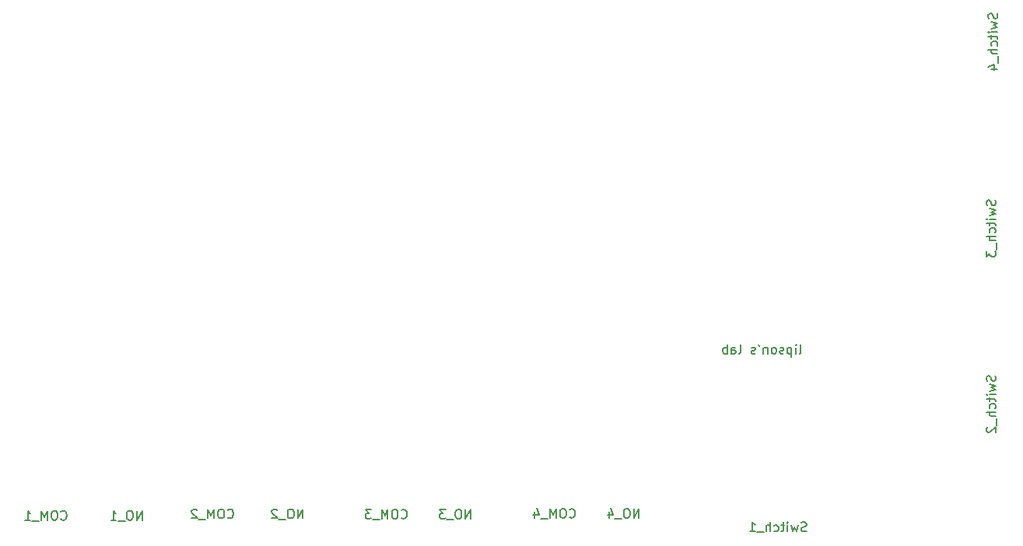
<source format=gbr>
%TF.GenerationSoftware,KiCad,Pcbnew,7.0.8*%
%TF.CreationDate,2024-09-18T17:33:38+05:30*%
%TF.ProjectId,Esp32_relay,45737033-325f-4726-956c-61792e6b6963,rev?*%
%TF.SameCoordinates,Original*%
%TF.FileFunction,Legend,Bot*%
%TF.FilePolarity,Positive*%
%FSLAX46Y46*%
G04 Gerber Fmt 4.6, Leading zero omitted, Abs format (unit mm)*
G04 Created by KiCad (PCBNEW 7.0.8) date 2024-09-18 17:33:38*
%MOMM*%
%LPD*%
G01*
G04 APERTURE LIST*
%ADD10C,0.150000*%
G04 APERTURE END LIST*
D10*
X161404763Y-97177219D02*
X161500001Y-97129600D01*
X161500001Y-97129600D02*
X161547620Y-97034361D01*
X161547620Y-97034361D02*
X161547620Y-96177219D01*
X161023810Y-97177219D02*
X161023810Y-96510552D01*
X161023810Y-96177219D02*
X161071429Y-96224838D01*
X161071429Y-96224838D02*
X161023810Y-96272457D01*
X161023810Y-96272457D02*
X160976191Y-96224838D01*
X160976191Y-96224838D02*
X161023810Y-96177219D01*
X161023810Y-96177219D02*
X161023810Y-96272457D01*
X160547620Y-96510552D02*
X160547620Y-97510552D01*
X160547620Y-96558171D02*
X160452382Y-96510552D01*
X160452382Y-96510552D02*
X160261906Y-96510552D01*
X160261906Y-96510552D02*
X160166668Y-96558171D01*
X160166668Y-96558171D02*
X160119049Y-96605790D01*
X160119049Y-96605790D02*
X160071430Y-96701028D01*
X160071430Y-96701028D02*
X160071430Y-96986742D01*
X160071430Y-96986742D02*
X160119049Y-97081980D01*
X160119049Y-97081980D02*
X160166668Y-97129600D01*
X160166668Y-97129600D02*
X160261906Y-97177219D01*
X160261906Y-97177219D02*
X160452382Y-97177219D01*
X160452382Y-97177219D02*
X160547620Y-97129600D01*
X159690477Y-97129600D02*
X159595239Y-97177219D01*
X159595239Y-97177219D02*
X159404763Y-97177219D01*
X159404763Y-97177219D02*
X159309525Y-97129600D01*
X159309525Y-97129600D02*
X159261906Y-97034361D01*
X159261906Y-97034361D02*
X159261906Y-96986742D01*
X159261906Y-96986742D02*
X159309525Y-96891504D01*
X159309525Y-96891504D02*
X159404763Y-96843885D01*
X159404763Y-96843885D02*
X159547620Y-96843885D01*
X159547620Y-96843885D02*
X159642858Y-96796266D01*
X159642858Y-96796266D02*
X159690477Y-96701028D01*
X159690477Y-96701028D02*
X159690477Y-96653409D01*
X159690477Y-96653409D02*
X159642858Y-96558171D01*
X159642858Y-96558171D02*
X159547620Y-96510552D01*
X159547620Y-96510552D02*
X159404763Y-96510552D01*
X159404763Y-96510552D02*
X159309525Y-96558171D01*
X158690477Y-97177219D02*
X158785715Y-97129600D01*
X158785715Y-97129600D02*
X158833334Y-97081980D01*
X158833334Y-97081980D02*
X158880953Y-96986742D01*
X158880953Y-96986742D02*
X158880953Y-96701028D01*
X158880953Y-96701028D02*
X158833334Y-96605790D01*
X158833334Y-96605790D02*
X158785715Y-96558171D01*
X158785715Y-96558171D02*
X158690477Y-96510552D01*
X158690477Y-96510552D02*
X158547620Y-96510552D01*
X158547620Y-96510552D02*
X158452382Y-96558171D01*
X158452382Y-96558171D02*
X158404763Y-96605790D01*
X158404763Y-96605790D02*
X158357144Y-96701028D01*
X158357144Y-96701028D02*
X158357144Y-96986742D01*
X158357144Y-96986742D02*
X158404763Y-97081980D01*
X158404763Y-97081980D02*
X158452382Y-97129600D01*
X158452382Y-97129600D02*
X158547620Y-97177219D01*
X158547620Y-97177219D02*
X158690477Y-97177219D01*
X157928572Y-96510552D02*
X157928572Y-97177219D01*
X157928572Y-96605790D02*
X157880953Y-96558171D01*
X157880953Y-96558171D02*
X157785715Y-96510552D01*
X157785715Y-96510552D02*
X157642858Y-96510552D01*
X157642858Y-96510552D02*
X157547620Y-96558171D01*
X157547620Y-96558171D02*
X157500001Y-96653409D01*
X157500001Y-96653409D02*
X157500001Y-97177219D01*
X156976191Y-96177219D02*
X157071429Y-96367695D01*
X156595239Y-97129600D02*
X156500001Y-97177219D01*
X156500001Y-97177219D02*
X156309525Y-97177219D01*
X156309525Y-97177219D02*
X156214287Y-97129600D01*
X156214287Y-97129600D02*
X156166668Y-97034361D01*
X156166668Y-97034361D02*
X156166668Y-96986742D01*
X156166668Y-96986742D02*
X156214287Y-96891504D01*
X156214287Y-96891504D02*
X156309525Y-96843885D01*
X156309525Y-96843885D02*
X156452382Y-96843885D01*
X156452382Y-96843885D02*
X156547620Y-96796266D01*
X156547620Y-96796266D02*
X156595239Y-96701028D01*
X156595239Y-96701028D02*
X156595239Y-96653409D01*
X156595239Y-96653409D02*
X156547620Y-96558171D01*
X156547620Y-96558171D02*
X156452382Y-96510552D01*
X156452382Y-96510552D02*
X156309525Y-96510552D01*
X156309525Y-96510552D02*
X156214287Y-96558171D01*
X154833334Y-97177219D02*
X154928572Y-97129600D01*
X154928572Y-97129600D02*
X154976191Y-97034361D01*
X154976191Y-97034361D02*
X154976191Y-96177219D01*
X154023810Y-97177219D02*
X154023810Y-96653409D01*
X154023810Y-96653409D02*
X154071429Y-96558171D01*
X154071429Y-96558171D02*
X154166667Y-96510552D01*
X154166667Y-96510552D02*
X154357143Y-96510552D01*
X154357143Y-96510552D02*
X154452381Y-96558171D01*
X154023810Y-97129600D02*
X154119048Y-97177219D01*
X154119048Y-97177219D02*
X154357143Y-97177219D01*
X154357143Y-97177219D02*
X154452381Y-97129600D01*
X154452381Y-97129600D02*
X154500000Y-97034361D01*
X154500000Y-97034361D02*
X154500000Y-96939123D01*
X154500000Y-96939123D02*
X154452381Y-96843885D01*
X154452381Y-96843885D02*
X154357143Y-96796266D01*
X154357143Y-96796266D02*
X154119048Y-96796266D01*
X154119048Y-96796266D02*
X154023810Y-96748647D01*
X153547619Y-97177219D02*
X153547619Y-96177219D01*
X153547619Y-96558171D02*
X153452381Y-96510552D01*
X153452381Y-96510552D02*
X153261905Y-96510552D01*
X153261905Y-96510552D02*
X153166667Y-96558171D01*
X153166667Y-96558171D02*
X153119048Y-96605790D01*
X153119048Y-96605790D02*
X153071429Y-96701028D01*
X153071429Y-96701028D02*
X153071429Y-96986742D01*
X153071429Y-96986742D02*
X153119048Y-97081980D01*
X153119048Y-97081980D02*
X153166667Y-97129600D01*
X153166667Y-97129600D02*
X153261905Y-97177219D01*
X153261905Y-97177219D02*
X153452381Y-97177219D01*
X153452381Y-97177219D02*
X153547619Y-97129600D01*
X89863220Y-115287419D02*
X89863220Y-114287419D01*
X89863220Y-114287419D02*
X89291792Y-115287419D01*
X89291792Y-115287419D02*
X89291792Y-114287419D01*
X88625125Y-114287419D02*
X88434649Y-114287419D01*
X88434649Y-114287419D02*
X88339411Y-114335038D01*
X88339411Y-114335038D02*
X88244173Y-114430276D01*
X88244173Y-114430276D02*
X88196554Y-114620752D01*
X88196554Y-114620752D02*
X88196554Y-114954085D01*
X88196554Y-114954085D02*
X88244173Y-115144561D01*
X88244173Y-115144561D02*
X88339411Y-115239800D01*
X88339411Y-115239800D02*
X88434649Y-115287419D01*
X88434649Y-115287419D02*
X88625125Y-115287419D01*
X88625125Y-115287419D02*
X88720363Y-115239800D01*
X88720363Y-115239800D02*
X88815601Y-115144561D01*
X88815601Y-115144561D02*
X88863220Y-114954085D01*
X88863220Y-114954085D02*
X88863220Y-114620752D01*
X88863220Y-114620752D02*
X88815601Y-114430276D01*
X88815601Y-114430276D02*
X88720363Y-114335038D01*
X88720363Y-114335038D02*
X88625125Y-114287419D01*
X88006078Y-115382657D02*
X87244173Y-115382657D01*
X86482268Y-115287419D02*
X87053696Y-115287419D01*
X86767982Y-115287419D02*
X86767982Y-114287419D01*
X86767982Y-114287419D02*
X86863220Y-114430276D01*
X86863220Y-114430276D02*
X86958458Y-114525514D01*
X86958458Y-114525514D02*
X87053696Y-114573133D01*
X125642620Y-115144419D02*
X125642620Y-114144419D01*
X125642620Y-114144419D02*
X125071192Y-115144419D01*
X125071192Y-115144419D02*
X125071192Y-114144419D01*
X124404525Y-114144419D02*
X124214049Y-114144419D01*
X124214049Y-114144419D02*
X124118811Y-114192038D01*
X124118811Y-114192038D02*
X124023573Y-114287276D01*
X124023573Y-114287276D02*
X123975954Y-114477752D01*
X123975954Y-114477752D02*
X123975954Y-114811085D01*
X123975954Y-114811085D02*
X124023573Y-115001561D01*
X124023573Y-115001561D02*
X124118811Y-115096800D01*
X124118811Y-115096800D02*
X124214049Y-115144419D01*
X124214049Y-115144419D02*
X124404525Y-115144419D01*
X124404525Y-115144419D02*
X124499763Y-115096800D01*
X124499763Y-115096800D02*
X124595001Y-115001561D01*
X124595001Y-115001561D02*
X124642620Y-114811085D01*
X124642620Y-114811085D02*
X124642620Y-114477752D01*
X124642620Y-114477752D02*
X124595001Y-114287276D01*
X124595001Y-114287276D02*
X124499763Y-114192038D01*
X124499763Y-114192038D02*
X124404525Y-114144419D01*
X123785478Y-115239657D02*
X123023573Y-115239657D01*
X122880715Y-114144419D02*
X122261668Y-114144419D01*
X122261668Y-114144419D02*
X122595001Y-114525371D01*
X122595001Y-114525371D02*
X122452144Y-114525371D01*
X122452144Y-114525371D02*
X122356906Y-114572990D01*
X122356906Y-114572990D02*
X122309287Y-114620609D01*
X122309287Y-114620609D02*
X122261668Y-114715847D01*
X122261668Y-114715847D02*
X122261668Y-114953942D01*
X122261668Y-114953942D02*
X122309287Y-115049180D01*
X122309287Y-115049180D02*
X122356906Y-115096800D01*
X122356906Y-115096800D02*
X122452144Y-115144419D01*
X122452144Y-115144419D02*
X122737858Y-115144419D01*
X122737858Y-115144419D02*
X122833096Y-115096800D01*
X122833096Y-115096800D02*
X122880715Y-115049180D01*
X136388992Y-114963580D02*
X136436611Y-115011200D01*
X136436611Y-115011200D02*
X136579468Y-115058819D01*
X136579468Y-115058819D02*
X136674706Y-115058819D01*
X136674706Y-115058819D02*
X136817563Y-115011200D01*
X136817563Y-115011200D02*
X136912801Y-114915961D01*
X136912801Y-114915961D02*
X136960420Y-114820723D01*
X136960420Y-114820723D02*
X137008039Y-114630247D01*
X137008039Y-114630247D02*
X137008039Y-114487390D01*
X137008039Y-114487390D02*
X136960420Y-114296914D01*
X136960420Y-114296914D02*
X136912801Y-114201676D01*
X136912801Y-114201676D02*
X136817563Y-114106438D01*
X136817563Y-114106438D02*
X136674706Y-114058819D01*
X136674706Y-114058819D02*
X136579468Y-114058819D01*
X136579468Y-114058819D02*
X136436611Y-114106438D01*
X136436611Y-114106438D02*
X136388992Y-114154057D01*
X135769944Y-114058819D02*
X135579468Y-114058819D01*
X135579468Y-114058819D02*
X135484230Y-114106438D01*
X135484230Y-114106438D02*
X135388992Y-114201676D01*
X135388992Y-114201676D02*
X135341373Y-114392152D01*
X135341373Y-114392152D02*
X135341373Y-114725485D01*
X135341373Y-114725485D02*
X135388992Y-114915961D01*
X135388992Y-114915961D02*
X135484230Y-115011200D01*
X135484230Y-115011200D02*
X135579468Y-115058819D01*
X135579468Y-115058819D02*
X135769944Y-115058819D01*
X135769944Y-115058819D02*
X135865182Y-115011200D01*
X135865182Y-115011200D02*
X135960420Y-114915961D01*
X135960420Y-114915961D02*
X136008039Y-114725485D01*
X136008039Y-114725485D02*
X136008039Y-114392152D01*
X136008039Y-114392152D02*
X135960420Y-114201676D01*
X135960420Y-114201676D02*
X135865182Y-114106438D01*
X135865182Y-114106438D02*
X135769944Y-114058819D01*
X134912801Y-115058819D02*
X134912801Y-114058819D01*
X134912801Y-114058819D02*
X134579468Y-114773104D01*
X134579468Y-114773104D02*
X134246135Y-114058819D01*
X134246135Y-114058819D02*
X134246135Y-115058819D01*
X134008040Y-115154057D02*
X133246135Y-115154057D01*
X132579468Y-114392152D02*
X132579468Y-115058819D01*
X132817563Y-114011200D02*
X133055658Y-114725485D01*
X133055658Y-114725485D02*
X132436611Y-114725485D01*
X107369420Y-115109619D02*
X107369420Y-114109619D01*
X107369420Y-114109619D02*
X106797992Y-115109619D01*
X106797992Y-115109619D02*
X106797992Y-114109619D01*
X106131325Y-114109619D02*
X105940849Y-114109619D01*
X105940849Y-114109619D02*
X105845611Y-114157238D01*
X105845611Y-114157238D02*
X105750373Y-114252476D01*
X105750373Y-114252476D02*
X105702754Y-114442952D01*
X105702754Y-114442952D02*
X105702754Y-114776285D01*
X105702754Y-114776285D02*
X105750373Y-114966761D01*
X105750373Y-114966761D02*
X105845611Y-115062000D01*
X105845611Y-115062000D02*
X105940849Y-115109619D01*
X105940849Y-115109619D02*
X106131325Y-115109619D01*
X106131325Y-115109619D02*
X106226563Y-115062000D01*
X106226563Y-115062000D02*
X106321801Y-114966761D01*
X106321801Y-114966761D02*
X106369420Y-114776285D01*
X106369420Y-114776285D02*
X106369420Y-114442952D01*
X106369420Y-114442952D02*
X106321801Y-114252476D01*
X106321801Y-114252476D02*
X106226563Y-114157238D01*
X106226563Y-114157238D02*
X106131325Y-114109619D01*
X105512278Y-115204857D02*
X104750373Y-115204857D01*
X104559896Y-114204857D02*
X104512277Y-114157238D01*
X104512277Y-114157238D02*
X104417039Y-114109619D01*
X104417039Y-114109619D02*
X104178944Y-114109619D01*
X104178944Y-114109619D02*
X104083706Y-114157238D01*
X104083706Y-114157238D02*
X104036087Y-114204857D01*
X104036087Y-114204857D02*
X103988468Y-114300095D01*
X103988468Y-114300095D02*
X103988468Y-114395333D01*
X103988468Y-114395333D02*
X104036087Y-114538190D01*
X104036087Y-114538190D02*
X104607515Y-115109619D01*
X104607515Y-115109619D02*
X103988468Y-115109619D01*
X182915600Y-60131560D02*
X182963219Y-60274417D01*
X182963219Y-60274417D02*
X182963219Y-60512512D01*
X182963219Y-60512512D02*
X182915600Y-60607750D01*
X182915600Y-60607750D02*
X182867980Y-60655369D01*
X182867980Y-60655369D02*
X182772742Y-60702988D01*
X182772742Y-60702988D02*
X182677504Y-60702988D01*
X182677504Y-60702988D02*
X182582266Y-60655369D01*
X182582266Y-60655369D02*
X182534647Y-60607750D01*
X182534647Y-60607750D02*
X182487028Y-60512512D01*
X182487028Y-60512512D02*
X182439409Y-60322036D01*
X182439409Y-60322036D02*
X182391790Y-60226798D01*
X182391790Y-60226798D02*
X182344171Y-60179179D01*
X182344171Y-60179179D02*
X182248933Y-60131560D01*
X182248933Y-60131560D02*
X182153695Y-60131560D01*
X182153695Y-60131560D02*
X182058457Y-60179179D01*
X182058457Y-60179179D02*
X182010838Y-60226798D01*
X182010838Y-60226798D02*
X181963219Y-60322036D01*
X181963219Y-60322036D02*
X181963219Y-60560131D01*
X181963219Y-60560131D02*
X182010838Y-60702988D01*
X182296552Y-61036322D02*
X182963219Y-61226798D01*
X182963219Y-61226798D02*
X182487028Y-61417274D01*
X182487028Y-61417274D02*
X182963219Y-61607750D01*
X182963219Y-61607750D02*
X182296552Y-61798226D01*
X182963219Y-62179179D02*
X182296552Y-62179179D01*
X181963219Y-62179179D02*
X182010838Y-62131560D01*
X182010838Y-62131560D02*
X182058457Y-62179179D01*
X182058457Y-62179179D02*
X182010838Y-62226798D01*
X182010838Y-62226798D02*
X181963219Y-62179179D01*
X181963219Y-62179179D02*
X182058457Y-62179179D01*
X182296552Y-62512512D02*
X182296552Y-62893464D01*
X181963219Y-62655369D02*
X182820361Y-62655369D01*
X182820361Y-62655369D02*
X182915600Y-62702988D01*
X182915600Y-62702988D02*
X182963219Y-62798226D01*
X182963219Y-62798226D02*
X182963219Y-62893464D01*
X182915600Y-63655369D02*
X182963219Y-63560131D01*
X182963219Y-63560131D02*
X182963219Y-63369655D01*
X182963219Y-63369655D02*
X182915600Y-63274417D01*
X182915600Y-63274417D02*
X182867980Y-63226798D01*
X182867980Y-63226798D02*
X182772742Y-63179179D01*
X182772742Y-63179179D02*
X182487028Y-63179179D01*
X182487028Y-63179179D02*
X182391790Y-63226798D01*
X182391790Y-63226798D02*
X182344171Y-63274417D01*
X182344171Y-63274417D02*
X182296552Y-63369655D01*
X182296552Y-63369655D02*
X182296552Y-63560131D01*
X182296552Y-63560131D02*
X182344171Y-63655369D01*
X182963219Y-64083941D02*
X181963219Y-64083941D01*
X182963219Y-64512512D02*
X182439409Y-64512512D01*
X182439409Y-64512512D02*
X182344171Y-64464893D01*
X182344171Y-64464893D02*
X182296552Y-64369655D01*
X182296552Y-64369655D02*
X182296552Y-64226798D01*
X182296552Y-64226798D02*
X182344171Y-64131560D01*
X182344171Y-64131560D02*
X182391790Y-64083941D01*
X183058457Y-64750608D02*
X183058457Y-65512512D01*
X182296552Y-66179179D02*
X182963219Y-66179179D01*
X181915600Y-65941084D02*
X182629885Y-65702989D01*
X182629885Y-65702989D02*
X182629885Y-66322036D01*
X162163239Y-116484400D02*
X162020382Y-116532019D01*
X162020382Y-116532019D02*
X161782287Y-116532019D01*
X161782287Y-116532019D02*
X161687049Y-116484400D01*
X161687049Y-116484400D02*
X161639430Y-116436780D01*
X161639430Y-116436780D02*
X161591811Y-116341542D01*
X161591811Y-116341542D02*
X161591811Y-116246304D01*
X161591811Y-116246304D02*
X161639430Y-116151066D01*
X161639430Y-116151066D02*
X161687049Y-116103447D01*
X161687049Y-116103447D02*
X161782287Y-116055828D01*
X161782287Y-116055828D02*
X161972763Y-116008209D01*
X161972763Y-116008209D02*
X162068001Y-115960590D01*
X162068001Y-115960590D02*
X162115620Y-115912971D01*
X162115620Y-115912971D02*
X162163239Y-115817733D01*
X162163239Y-115817733D02*
X162163239Y-115722495D01*
X162163239Y-115722495D02*
X162115620Y-115627257D01*
X162115620Y-115627257D02*
X162068001Y-115579638D01*
X162068001Y-115579638D02*
X161972763Y-115532019D01*
X161972763Y-115532019D02*
X161734668Y-115532019D01*
X161734668Y-115532019D02*
X161591811Y-115579638D01*
X161258477Y-115865352D02*
X161068001Y-116532019D01*
X161068001Y-116532019D02*
X160877525Y-116055828D01*
X160877525Y-116055828D02*
X160687049Y-116532019D01*
X160687049Y-116532019D02*
X160496573Y-115865352D01*
X160115620Y-116532019D02*
X160115620Y-115865352D01*
X160115620Y-115532019D02*
X160163239Y-115579638D01*
X160163239Y-115579638D02*
X160115620Y-115627257D01*
X160115620Y-115627257D02*
X160068001Y-115579638D01*
X160068001Y-115579638D02*
X160115620Y-115532019D01*
X160115620Y-115532019D02*
X160115620Y-115627257D01*
X159782287Y-115865352D02*
X159401335Y-115865352D01*
X159639430Y-115532019D02*
X159639430Y-116389161D01*
X159639430Y-116389161D02*
X159591811Y-116484400D01*
X159591811Y-116484400D02*
X159496573Y-116532019D01*
X159496573Y-116532019D02*
X159401335Y-116532019D01*
X158639430Y-116484400D02*
X158734668Y-116532019D01*
X158734668Y-116532019D02*
X158925144Y-116532019D01*
X158925144Y-116532019D02*
X159020382Y-116484400D01*
X159020382Y-116484400D02*
X159068001Y-116436780D01*
X159068001Y-116436780D02*
X159115620Y-116341542D01*
X159115620Y-116341542D02*
X159115620Y-116055828D01*
X159115620Y-116055828D02*
X159068001Y-115960590D01*
X159068001Y-115960590D02*
X159020382Y-115912971D01*
X159020382Y-115912971D02*
X158925144Y-115865352D01*
X158925144Y-115865352D02*
X158734668Y-115865352D01*
X158734668Y-115865352D02*
X158639430Y-115912971D01*
X158210858Y-116532019D02*
X158210858Y-115532019D01*
X157782287Y-116532019D02*
X157782287Y-116008209D01*
X157782287Y-116008209D02*
X157829906Y-115912971D01*
X157829906Y-115912971D02*
X157925144Y-115865352D01*
X157925144Y-115865352D02*
X158068001Y-115865352D01*
X158068001Y-115865352D02*
X158163239Y-115912971D01*
X158163239Y-115912971D02*
X158210858Y-115960590D01*
X157544192Y-116627257D02*
X156782287Y-116627257D01*
X156020382Y-116532019D02*
X156591810Y-116532019D01*
X156306096Y-116532019D02*
X156306096Y-115532019D01*
X156306096Y-115532019D02*
X156401334Y-115674876D01*
X156401334Y-115674876D02*
X156496572Y-115770114D01*
X156496572Y-115770114D02*
X156591810Y-115817733D01*
X143945420Y-115058819D02*
X143945420Y-114058819D01*
X143945420Y-114058819D02*
X143373992Y-115058819D01*
X143373992Y-115058819D02*
X143373992Y-114058819D01*
X142707325Y-114058819D02*
X142516849Y-114058819D01*
X142516849Y-114058819D02*
X142421611Y-114106438D01*
X142421611Y-114106438D02*
X142326373Y-114201676D01*
X142326373Y-114201676D02*
X142278754Y-114392152D01*
X142278754Y-114392152D02*
X142278754Y-114725485D01*
X142278754Y-114725485D02*
X142326373Y-114915961D01*
X142326373Y-114915961D02*
X142421611Y-115011200D01*
X142421611Y-115011200D02*
X142516849Y-115058819D01*
X142516849Y-115058819D02*
X142707325Y-115058819D01*
X142707325Y-115058819D02*
X142802563Y-115011200D01*
X142802563Y-115011200D02*
X142897801Y-114915961D01*
X142897801Y-114915961D02*
X142945420Y-114725485D01*
X142945420Y-114725485D02*
X142945420Y-114392152D01*
X142945420Y-114392152D02*
X142897801Y-114201676D01*
X142897801Y-114201676D02*
X142802563Y-114106438D01*
X142802563Y-114106438D02*
X142707325Y-114058819D01*
X142088278Y-115154057D02*
X141326373Y-115154057D01*
X140659706Y-114392152D02*
X140659706Y-115058819D01*
X140897801Y-114011200D02*
X141135896Y-114725485D01*
X141135896Y-114725485D02*
X140516849Y-114725485D01*
X81036792Y-115192180D02*
X81084411Y-115239800D01*
X81084411Y-115239800D02*
X81227268Y-115287419D01*
X81227268Y-115287419D02*
X81322506Y-115287419D01*
X81322506Y-115287419D02*
X81465363Y-115239800D01*
X81465363Y-115239800D02*
X81560601Y-115144561D01*
X81560601Y-115144561D02*
X81608220Y-115049323D01*
X81608220Y-115049323D02*
X81655839Y-114858847D01*
X81655839Y-114858847D02*
X81655839Y-114715990D01*
X81655839Y-114715990D02*
X81608220Y-114525514D01*
X81608220Y-114525514D02*
X81560601Y-114430276D01*
X81560601Y-114430276D02*
X81465363Y-114335038D01*
X81465363Y-114335038D02*
X81322506Y-114287419D01*
X81322506Y-114287419D02*
X81227268Y-114287419D01*
X81227268Y-114287419D02*
X81084411Y-114335038D01*
X81084411Y-114335038D02*
X81036792Y-114382657D01*
X80417744Y-114287419D02*
X80227268Y-114287419D01*
X80227268Y-114287419D02*
X80132030Y-114335038D01*
X80132030Y-114335038D02*
X80036792Y-114430276D01*
X80036792Y-114430276D02*
X79989173Y-114620752D01*
X79989173Y-114620752D02*
X79989173Y-114954085D01*
X79989173Y-114954085D02*
X80036792Y-115144561D01*
X80036792Y-115144561D02*
X80132030Y-115239800D01*
X80132030Y-115239800D02*
X80227268Y-115287419D01*
X80227268Y-115287419D02*
X80417744Y-115287419D01*
X80417744Y-115287419D02*
X80512982Y-115239800D01*
X80512982Y-115239800D02*
X80608220Y-115144561D01*
X80608220Y-115144561D02*
X80655839Y-114954085D01*
X80655839Y-114954085D02*
X80655839Y-114620752D01*
X80655839Y-114620752D02*
X80608220Y-114430276D01*
X80608220Y-114430276D02*
X80512982Y-114335038D01*
X80512982Y-114335038D02*
X80417744Y-114287419D01*
X79560601Y-115287419D02*
X79560601Y-114287419D01*
X79560601Y-114287419D02*
X79227268Y-115001704D01*
X79227268Y-115001704D02*
X78893935Y-114287419D01*
X78893935Y-114287419D02*
X78893935Y-115287419D01*
X78655840Y-115382657D02*
X77893935Y-115382657D01*
X77132030Y-115287419D02*
X77703458Y-115287419D01*
X77417744Y-115287419D02*
X77417744Y-114287419D01*
X77417744Y-114287419D02*
X77512982Y-114430276D01*
X77512982Y-114430276D02*
X77608220Y-114525514D01*
X77608220Y-114525514D02*
X77703458Y-114573133D01*
X182712400Y-80476960D02*
X182760019Y-80619817D01*
X182760019Y-80619817D02*
X182760019Y-80857912D01*
X182760019Y-80857912D02*
X182712400Y-80953150D01*
X182712400Y-80953150D02*
X182664780Y-81000769D01*
X182664780Y-81000769D02*
X182569542Y-81048388D01*
X182569542Y-81048388D02*
X182474304Y-81048388D01*
X182474304Y-81048388D02*
X182379066Y-81000769D01*
X182379066Y-81000769D02*
X182331447Y-80953150D01*
X182331447Y-80953150D02*
X182283828Y-80857912D01*
X182283828Y-80857912D02*
X182236209Y-80667436D01*
X182236209Y-80667436D02*
X182188590Y-80572198D01*
X182188590Y-80572198D02*
X182140971Y-80524579D01*
X182140971Y-80524579D02*
X182045733Y-80476960D01*
X182045733Y-80476960D02*
X181950495Y-80476960D01*
X181950495Y-80476960D02*
X181855257Y-80524579D01*
X181855257Y-80524579D02*
X181807638Y-80572198D01*
X181807638Y-80572198D02*
X181760019Y-80667436D01*
X181760019Y-80667436D02*
X181760019Y-80905531D01*
X181760019Y-80905531D02*
X181807638Y-81048388D01*
X182093352Y-81381722D02*
X182760019Y-81572198D01*
X182760019Y-81572198D02*
X182283828Y-81762674D01*
X182283828Y-81762674D02*
X182760019Y-81953150D01*
X182760019Y-81953150D02*
X182093352Y-82143626D01*
X182760019Y-82524579D02*
X182093352Y-82524579D01*
X181760019Y-82524579D02*
X181807638Y-82476960D01*
X181807638Y-82476960D02*
X181855257Y-82524579D01*
X181855257Y-82524579D02*
X181807638Y-82572198D01*
X181807638Y-82572198D02*
X181760019Y-82524579D01*
X181760019Y-82524579D02*
X181855257Y-82524579D01*
X182093352Y-82857912D02*
X182093352Y-83238864D01*
X181760019Y-83000769D02*
X182617161Y-83000769D01*
X182617161Y-83000769D02*
X182712400Y-83048388D01*
X182712400Y-83048388D02*
X182760019Y-83143626D01*
X182760019Y-83143626D02*
X182760019Y-83238864D01*
X182712400Y-84000769D02*
X182760019Y-83905531D01*
X182760019Y-83905531D02*
X182760019Y-83715055D01*
X182760019Y-83715055D02*
X182712400Y-83619817D01*
X182712400Y-83619817D02*
X182664780Y-83572198D01*
X182664780Y-83572198D02*
X182569542Y-83524579D01*
X182569542Y-83524579D02*
X182283828Y-83524579D01*
X182283828Y-83524579D02*
X182188590Y-83572198D01*
X182188590Y-83572198D02*
X182140971Y-83619817D01*
X182140971Y-83619817D02*
X182093352Y-83715055D01*
X182093352Y-83715055D02*
X182093352Y-83905531D01*
X182093352Y-83905531D02*
X182140971Y-84000769D01*
X182760019Y-84429341D02*
X181760019Y-84429341D01*
X182760019Y-84857912D02*
X182236209Y-84857912D01*
X182236209Y-84857912D02*
X182140971Y-84810293D01*
X182140971Y-84810293D02*
X182093352Y-84715055D01*
X182093352Y-84715055D02*
X182093352Y-84572198D01*
X182093352Y-84572198D02*
X182140971Y-84476960D01*
X182140971Y-84476960D02*
X182188590Y-84429341D01*
X182855257Y-85096008D02*
X182855257Y-85857912D01*
X181760019Y-86000770D02*
X181760019Y-86619817D01*
X181760019Y-86619817D02*
X182140971Y-86286484D01*
X182140971Y-86286484D02*
X182140971Y-86429341D01*
X182140971Y-86429341D02*
X182188590Y-86524579D01*
X182188590Y-86524579D02*
X182236209Y-86572198D01*
X182236209Y-86572198D02*
X182331447Y-86619817D01*
X182331447Y-86619817D02*
X182569542Y-86619817D01*
X182569542Y-86619817D02*
X182664780Y-86572198D01*
X182664780Y-86572198D02*
X182712400Y-86524579D01*
X182712400Y-86524579D02*
X182760019Y-86429341D01*
X182760019Y-86429341D02*
X182760019Y-86143627D01*
X182760019Y-86143627D02*
X182712400Y-86048389D01*
X182712400Y-86048389D02*
X182664780Y-86000770D01*
X118086192Y-115049180D02*
X118133811Y-115096800D01*
X118133811Y-115096800D02*
X118276668Y-115144419D01*
X118276668Y-115144419D02*
X118371906Y-115144419D01*
X118371906Y-115144419D02*
X118514763Y-115096800D01*
X118514763Y-115096800D02*
X118610001Y-115001561D01*
X118610001Y-115001561D02*
X118657620Y-114906323D01*
X118657620Y-114906323D02*
X118705239Y-114715847D01*
X118705239Y-114715847D02*
X118705239Y-114572990D01*
X118705239Y-114572990D02*
X118657620Y-114382514D01*
X118657620Y-114382514D02*
X118610001Y-114287276D01*
X118610001Y-114287276D02*
X118514763Y-114192038D01*
X118514763Y-114192038D02*
X118371906Y-114144419D01*
X118371906Y-114144419D02*
X118276668Y-114144419D01*
X118276668Y-114144419D02*
X118133811Y-114192038D01*
X118133811Y-114192038D02*
X118086192Y-114239657D01*
X117467144Y-114144419D02*
X117276668Y-114144419D01*
X117276668Y-114144419D02*
X117181430Y-114192038D01*
X117181430Y-114192038D02*
X117086192Y-114287276D01*
X117086192Y-114287276D02*
X117038573Y-114477752D01*
X117038573Y-114477752D02*
X117038573Y-114811085D01*
X117038573Y-114811085D02*
X117086192Y-115001561D01*
X117086192Y-115001561D02*
X117181430Y-115096800D01*
X117181430Y-115096800D02*
X117276668Y-115144419D01*
X117276668Y-115144419D02*
X117467144Y-115144419D01*
X117467144Y-115144419D02*
X117562382Y-115096800D01*
X117562382Y-115096800D02*
X117657620Y-115001561D01*
X117657620Y-115001561D02*
X117705239Y-114811085D01*
X117705239Y-114811085D02*
X117705239Y-114477752D01*
X117705239Y-114477752D02*
X117657620Y-114287276D01*
X117657620Y-114287276D02*
X117562382Y-114192038D01*
X117562382Y-114192038D02*
X117467144Y-114144419D01*
X116610001Y-115144419D02*
X116610001Y-114144419D01*
X116610001Y-114144419D02*
X116276668Y-114858704D01*
X116276668Y-114858704D02*
X115943335Y-114144419D01*
X115943335Y-114144419D02*
X115943335Y-115144419D01*
X115705240Y-115239657D02*
X114943335Y-115239657D01*
X114800477Y-114144419D02*
X114181430Y-114144419D01*
X114181430Y-114144419D02*
X114514763Y-114525371D01*
X114514763Y-114525371D02*
X114371906Y-114525371D01*
X114371906Y-114525371D02*
X114276668Y-114572990D01*
X114276668Y-114572990D02*
X114229049Y-114620609D01*
X114229049Y-114620609D02*
X114181430Y-114715847D01*
X114181430Y-114715847D02*
X114181430Y-114953942D01*
X114181430Y-114953942D02*
X114229049Y-115049180D01*
X114229049Y-115049180D02*
X114276668Y-115096800D01*
X114276668Y-115096800D02*
X114371906Y-115144419D01*
X114371906Y-115144419D02*
X114657620Y-115144419D01*
X114657620Y-115144419D02*
X114752858Y-115096800D01*
X114752858Y-115096800D02*
X114800477Y-115049180D01*
X99177992Y-115014380D02*
X99225611Y-115062000D01*
X99225611Y-115062000D02*
X99368468Y-115109619D01*
X99368468Y-115109619D02*
X99463706Y-115109619D01*
X99463706Y-115109619D02*
X99606563Y-115062000D01*
X99606563Y-115062000D02*
X99701801Y-114966761D01*
X99701801Y-114966761D02*
X99749420Y-114871523D01*
X99749420Y-114871523D02*
X99797039Y-114681047D01*
X99797039Y-114681047D02*
X99797039Y-114538190D01*
X99797039Y-114538190D02*
X99749420Y-114347714D01*
X99749420Y-114347714D02*
X99701801Y-114252476D01*
X99701801Y-114252476D02*
X99606563Y-114157238D01*
X99606563Y-114157238D02*
X99463706Y-114109619D01*
X99463706Y-114109619D02*
X99368468Y-114109619D01*
X99368468Y-114109619D02*
X99225611Y-114157238D01*
X99225611Y-114157238D02*
X99177992Y-114204857D01*
X98558944Y-114109619D02*
X98368468Y-114109619D01*
X98368468Y-114109619D02*
X98273230Y-114157238D01*
X98273230Y-114157238D02*
X98177992Y-114252476D01*
X98177992Y-114252476D02*
X98130373Y-114442952D01*
X98130373Y-114442952D02*
X98130373Y-114776285D01*
X98130373Y-114776285D02*
X98177992Y-114966761D01*
X98177992Y-114966761D02*
X98273230Y-115062000D01*
X98273230Y-115062000D02*
X98368468Y-115109619D01*
X98368468Y-115109619D02*
X98558944Y-115109619D01*
X98558944Y-115109619D02*
X98654182Y-115062000D01*
X98654182Y-115062000D02*
X98749420Y-114966761D01*
X98749420Y-114966761D02*
X98797039Y-114776285D01*
X98797039Y-114776285D02*
X98797039Y-114442952D01*
X98797039Y-114442952D02*
X98749420Y-114252476D01*
X98749420Y-114252476D02*
X98654182Y-114157238D01*
X98654182Y-114157238D02*
X98558944Y-114109619D01*
X97701801Y-115109619D02*
X97701801Y-114109619D01*
X97701801Y-114109619D02*
X97368468Y-114823904D01*
X97368468Y-114823904D02*
X97035135Y-114109619D01*
X97035135Y-114109619D02*
X97035135Y-115109619D01*
X96797040Y-115204857D02*
X96035135Y-115204857D01*
X95844658Y-114204857D02*
X95797039Y-114157238D01*
X95797039Y-114157238D02*
X95701801Y-114109619D01*
X95701801Y-114109619D02*
X95463706Y-114109619D01*
X95463706Y-114109619D02*
X95368468Y-114157238D01*
X95368468Y-114157238D02*
X95320849Y-114204857D01*
X95320849Y-114204857D02*
X95273230Y-114300095D01*
X95273230Y-114300095D02*
X95273230Y-114395333D01*
X95273230Y-114395333D02*
X95320849Y-114538190D01*
X95320849Y-114538190D02*
X95892277Y-115109619D01*
X95892277Y-115109619D02*
X95273230Y-115109619D01*
X182712400Y-99603160D02*
X182760019Y-99746017D01*
X182760019Y-99746017D02*
X182760019Y-99984112D01*
X182760019Y-99984112D02*
X182712400Y-100079350D01*
X182712400Y-100079350D02*
X182664780Y-100126969D01*
X182664780Y-100126969D02*
X182569542Y-100174588D01*
X182569542Y-100174588D02*
X182474304Y-100174588D01*
X182474304Y-100174588D02*
X182379066Y-100126969D01*
X182379066Y-100126969D02*
X182331447Y-100079350D01*
X182331447Y-100079350D02*
X182283828Y-99984112D01*
X182283828Y-99984112D02*
X182236209Y-99793636D01*
X182236209Y-99793636D02*
X182188590Y-99698398D01*
X182188590Y-99698398D02*
X182140971Y-99650779D01*
X182140971Y-99650779D02*
X182045733Y-99603160D01*
X182045733Y-99603160D02*
X181950495Y-99603160D01*
X181950495Y-99603160D02*
X181855257Y-99650779D01*
X181855257Y-99650779D02*
X181807638Y-99698398D01*
X181807638Y-99698398D02*
X181760019Y-99793636D01*
X181760019Y-99793636D02*
X181760019Y-100031731D01*
X181760019Y-100031731D02*
X181807638Y-100174588D01*
X182093352Y-100507922D02*
X182760019Y-100698398D01*
X182760019Y-100698398D02*
X182283828Y-100888874D01*
X182283828Y-100888874D02*
X182760019Y-101079350D01*
X182760019Y-101079350D02*
X182093352Y-101269826D01*
X182760019Y-101650779D02*
X182093352Y-101650779D01*
X181760019Y-101650779D02*
X181807638Y-101603160D01*
X181807638Y-101603160D02*
X181855257Y-101650779D01*
X181855257Y-101650779D02*
X181807638Y-101698398D01*
X181807638Y-101698398D02*
X181760019Y-101650779D01*
X181760019Y-101650779D02*
X181855257Y-101650779D01*
X182093352Y-101984112D02*
X182093352Y-102365064D01*
X181760019Y-102126969D02*
X182617161Y-102126969D01*
X182617161Y-102126969D02*
X182712400Y-102174588D01*
X182712400Y-102174588D02*
X182760019Y-102269826D01*
X182760019Y-102269826D02*
X182760019Y-102365064D01*
X182712400Y-103126969D02*
X182760019Y-103031731D01*
X182760019Y-103031731D02*
X182760019Y-102841255D01*
X182760019Y-102841255D02*
X182712400Y-102746017D01*
X182712400Y-102746017D02*
X182664780Y-102698398D01*
X182664780Y-102698398D02*
X182569542Y-102650779D01*
X182569542Y-102650779D02*
X182283828Y-102650779D01*
X182283828Y-102650779D02*
X182188590Y-102698398D01*
X182188590Y-102698398D02*
X182140971Y-102746017D01*
X182140971Y-102746017D02*
X182093352Y-102841255D01*
X182093352Y-102841255D02*
X182093352Y-103031731D01*
X182093352Y-103031731D02*
X182140971Y-103126969D01*
X182760019Y-103555541D02*
X181760019Y-103555541D01*
X182760019Y-103984112D02*
X182236209Y-103984112D01*
X182236209Y-103984112D02*
X182140971Y-103936493D01*
X182140971Y-103936493D02*
X182093352Y-103841255D01*
X182093352Y-103841255D02*
X182093352Y-103698398D01*
X182093352Y-103698398D02*
X182140971Y-103603160D01*
X182140971Y-103603160D02*
X182188590Y-103555541D01*
X182855257Y-104222208D02*
X182855257Y-104984112D01*
X181855257Y-105174589D02*
X181807638Y-105222208D01*
X181807638Y-105222208D02*
X181760019Y-105317446D01*
X181760019Y-105317446D02*
X181760019Y-105555541D01*
X181760019Y-105555541D02*
X181807638Y-105650779D01*
X181807638Y-105650779D02*
X181855257Y-105698398D01*
X181855257Y-105698398D02*
X181950495Y-105746017D01*
X181950495Y-105746017D02*
X182045733Y-105746017D01*
X182045733Y-105746017D02*
X182188590Y-105698398D01*
X182188590Y-105698398D02*
X182760019Y-105126970D01*
X182760019Y-105126970D02*
X182760019Y-105746017D01*
M02*

</source>
